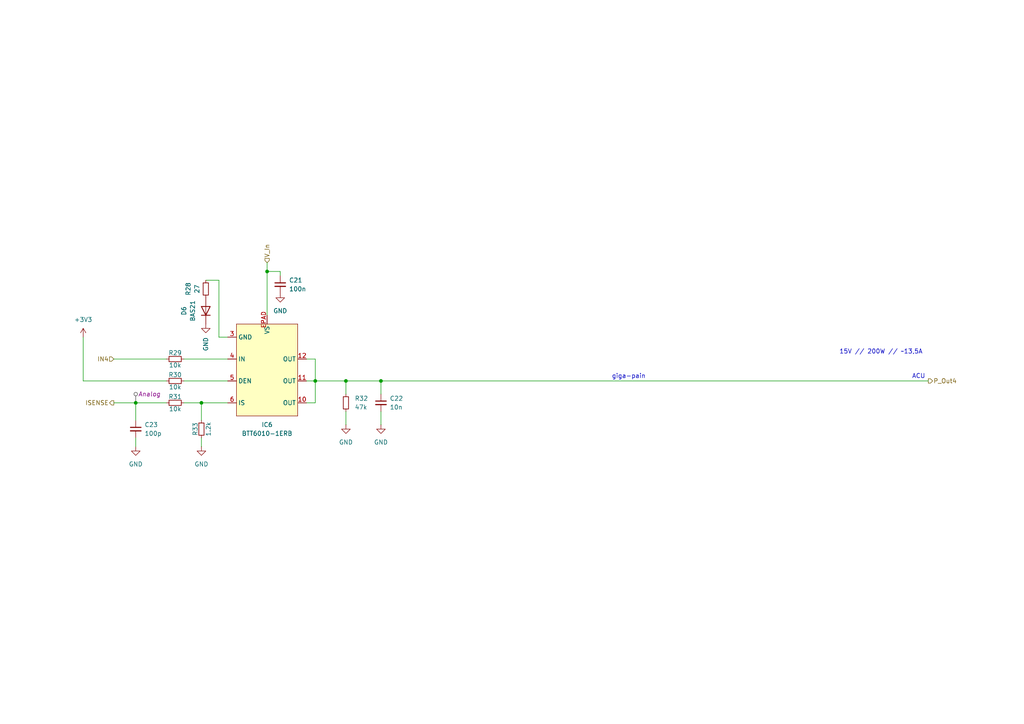
<source format=kicad_sch>
(kicad_sch (version 20231120) (generator "eeschema") (generator_version "8.0")
  (paper "A4")
  (title_block (title "PDU FT25") (date "2024-11-18") (rev "V1.0") (company "Janek Herm") (comment 1 "FaSTTUBe Electronics"))
  (lib_symbols
    (symbol "Device:C_Small" (pin_numbers hide) (pin_names (offset 0.254) hide)
      (property "Reference" "C" (at 0.254 1.778 0))
      (property "Value" "C_Small" (at 0.254 -2.032 0))
      (symbol "C_Small_0_1"
        (polyline (pts (xy -1.524 -0.508) (xy 1.524 -0.508)) (stroke (width 0.3302)))
        (polyline (pts (xy -1.524 0.508) (xy 1.524 0.508)) (stroke (width 0.3048)))
      )
      (symbol "C_Small_1_1"
        (pin passive line (at 0 2.54 270) (length 2.032) (name "~") (number "1"))
        (pin passive line (at 0 -2.54 90) (length 2.032) (name "~") (number "2"))
      )
    )
    (symbol "Device:R_Small" (pin_numbers hide) (pin_names (offset 0.254) hide)
      (property "Reference" "R" (at 0.762 0.508 0))
      (property "Value" "R_Small" (at 0.762 -1.016 0))
      (symbol "R_Small_0_1"
        (rectangle (start -0.762 1.778) (end 0.762 -1.778) (stroke (width 0.2032)))
      )
      (symbol "R_Small_1_1"
        (pin passive line (at 0 2.54 270) (length 0.762) (name "~") (number "1"))
        (pin passive line (at 0 -2.54 90) (length 0.762) (name "~") (number "2"))
      )
    )
    (symbol "Diode:BAS21" (pin_numbers hide) (pin_names hide)
      (property "Reference" "D" (at 0 2.54 0))
      (property "Value" "BAS21" (at 0 -2.54 0))
      (symbol "BAS21_0_1"
        (polyline (pts (xy -1.27 1.27) (xy -1.27 -1.27)) (stroke (width 0.254)))
        (polyline (pts (xy 1.27 0) (xy -1.27 0)))
        (polyline (pts (xy 1.27 1.27) (xy 1.27 -1.27) (xy -1.27 0) (xy 1.27 1.27)) (stroke (width 0.254)))
      )
      (symbol "BAS21_1_1"
        (pin passive line (at 3.81 0 180) (length 2.54) (name "A") (number "1"))
        (pin no_connect line (at -1.27 0 0) (length 2.54) hide (name "NC") (number "2"))
        (pin passive line (at -3.81 0 0) (length 2.54) (name "K") (number "3"))
      )
    )
    (symbol "FaSTTUBe_Power-Switches:BTT6010-1ERB"
      (property "Reference" "IC" (at 0.254 -28.956 0))
      (property "Value" "BTT6010-1ERB" (at 0.508 -30.734 0))
      (symbol "BTT6010-1ERB_1_1"
        (rectangle (start -8.89 -1.27) (end 8.89 -27.94) (fill (type background)))
        (pin passive line (at 11.43 -24.13 180) (length 2.54) (name "OUT") (number "10"))
        (pin passive line (at 11.43 -17.78 180) (length 2.54) (name "OUT") (number "11"))
        (pin power_out line (at 11.43 -11.43 180) (length 2.54) (name "OUT") (number "12"))
        (pin output line (at -11.43 -5.08 0) (length 2.54) (name "GND") (number "3"))
        (pin input line (at -11.43 -11.43 0) (length 2.54) (name "IN") (number "4"))
        (pin input line (at -11.43 -17.78 0) (length 2.54) (name "DEN") (number "5"))
        (pin output line (at -11.43 -24.13 0) (length 2.54) (name "IS") (number "6"))
        (pin input line (at 0 1.27 270) (length 2.54) (name "VS") (number "EPAD"))
      )
    )
    (symbol "power:+3.3V" (power) (pin_numbers hide) (pin_names (offset 0) hide)
      (property "Value" "+3.3V" (at 0 3.556 0))
      (symbol "+3.3V_0_1"
        (polyline (pts (xy -0.762 1.27) (xy 0 2.54)))
        (polyline (pts (xy 0 0) (xy 0 2.54)))
        (polyline (pts (xy 0 2.54) (xy 0.762 1.27)))
      )
      (symbol "+3.3V_1_1"
        (pin power_in line (at 0 0 90) (length 0) (name "~") (number "1"))
      )
    )
    (symbol "power:GND" (power) (pin_numbers hide) (pin_names (offset 0) hide)
      (property "Value" "GND" (at 0 -3.81 0))
      (symbol "GND_0_1"
        (polyline (pts (xy 0 0) (xy 0 -1.27) (xy 1.27 -1.27) (xy 0 -2.54) (xy -1.27 -1.27) (xy 0 -1.27)))
      )
      (symbol "GND_1_1"
        (pin power_in line (at 0 0 270) (length 0) (name "~") (number "1"))
      )
    )
  )
  (junction (at 77.47 78.74))
  (junction (at 58.42 116.84))
  (junction (at 39.37 116.84))
  (junction (at 100.33 110.49))
  (junction (at 110.49 110.49))
  (junction (at 91.44 110.49))
  (wire (pts (xy 39.37 116.84) (xy 39.37 121.92)))
  (wire (pts (xy 77.47 76.2) (xy 77.47 78.74)))
  (wire (pts (xy 77.47 78.74) (xy 77.47 91.44)))
  (wire (pts (xy 53.34 104.14) (xy 66.04 104.14)))
  (wire (pts (xy 33.02 104.14) (xy 48.26 104.14)))
  (wire (pts (xy 39.37 127) (xy 39.37 129.54)))
  (wire (pts (xy 110.49 110.49) (xy 110.49 114.3)))
  (wire (pts (xy 58.42 127) (xy 58.42 129.54)))
  (wire (pts (xy 100.33 110.49) (xy 100.33 114.3)))
  (wire (pts (xy 63.5 81.28) (xy 59.69 81.28)))
  (wire (pts (xy 24.13 110.49) (xy 24.13 97.79)))
  (wire (pts (xy 100.33 119.38) (xy 100.33 123.19)))
  (wire (pts (xy 58.42 116.84) (xy 58.42 121.92)))
  (wire (pts (xy 24.13 110.49) (xy 48.26 110.49)))
  (wire (pts (xy 81.28 78.74) (xy 81.28 80.01)))
  (wire (pts (xy 110.49 110.49) (xy 269.24 110.49)))
  (wire (pts (xy 88.9 116.84) (xy 91.44 116.84)))
  (wire (pts (xy 63.5 81.28) (xy 63.5 97.79)))
  (wire (pts (xy 53.34 110.49) (xy 66.04 110.49)))
  (wire (pts (xy 88.9 110.49) (xy 91.44 110.49)))
  (wire (pts (xy 33.02 116.84) (xy 39.37 116.84)))
  (wire (pts (xy 53.34 116.84) (xy 58.42 116.84)))
  (wire (pts (xy 81.28 78.74) (xy 77.47 78.74)))
  (wire (pts (xy 39.37 116.84) (xy 48.26 116.84)))
  (wire (pts (xy 91.44 110.49) (xy 100.33 110.49)))
  (wire (pts (xy 100.33 110.49) (xy 110.49 110.49)))
  (wire (pts (xy 63.5 97.79) (xy 66.04 97.79)))
  (wire (pts (xy 110.49 119.38) (xy 110.49 123.19)))
  (wire (pts (xy 58.42 116.84) (xy 66.04 116.84)))
  (wire (pts (xy 91.44 104.14) (xy 91.44 110.49)))
  (wire (pts (xy 91.44 116.84) (xy 91.44 110.49)))
  (wire (pts (xy 88.9 104.14) (xy 91.44 104.14)))
  (text "15V // 200W // ~13,5A" (at 255.524 102.108 0) (effects (font (size 1.27 1.27))))
  (text "giga-pain" (at 182.372 109.22 0) (effects (font (size 1.27 1.27))))
  (text "ACU" (at 266.446 109.22 0) (effects (font (size 1.27 1.27))))
  (hierarchical_label "V_In" (shape input) (at 77.47 76.2 90))
  (hierarchical_label "ISENSE" (shape output) (at 33.02 116.84 180))
  (hierarchical_label "IN4" (shape input) (at 33.02 104.14 180))
  (hierarchical_label "P_Out4" (shape output) (at 269.24 110.49 0))
  (netclass_flag "" (length 2.54) (shape round) (at 39.37 116.84 0) (property "Netclass" "Analog" (at 40.0685 114.3 0) (effects (font (italic yes)) (justify left))))
  (symbol (lib_id "power:GND") (at 58.42 129.54 0) (unit 1)
    (property "Reference" "#PWR066" (effects (hide yes)))
    (property "Value" "GND" (at 58.42 134.62 0))
    (property "Description" "Power symbol creates a global label with name \"GND\" , ground" (effects (hide yes)))
  )
  (symbol (lib_id "power:+3.3V") (at 24.13 97.79 0) (unit 1)
    (property "Reference" "#PWR062" (effects (hide yes)))
    (property "Value" "+3V3" (at 24.13 92.71 0))
    (property "Description" "Power symbol creates a global label with name \"+3.3V\"" (effects (hide yes)))
  )
  (symbol (lib_id "FaSTTUBe_Power-Switches:BTT6010-1ERB") (at 77.47 92.71 0) (unit 1)
    (property "Reference" "IC6" (at 77.47 123.19 0))
    (property "Value" "BTT6010-1ERB" (at 77.47 125.73 0))
    (property "Footprint" "BTT6010-1ERB:SOIC14_BTT6010-1ERB_INF" (effects (hide yes)))
    (property "Datasheet" "https://www.infineon.com/dgdl/Infineon-BTT6010-1ERB-DS-v01_00-EN.pdf?fileId=5546d46269e1c019016a21e80b080d7a" (effects (hide yes)))
  )
  (symbol (lib_id "Device:C_Small") (at 81.28 82.55 0) (unit 1)
    (property "Reference" "C21" (at 83.82 81.2862 0) (effects (justify left)))
    (property "Value" "100n" (at 83.82 83.8262 0) (effects (justify left)))
    (property "Footprint" "Capacitor_SMD:C_0603_1608Metric_Pad1.08x0.95mm_HandSolder" (effects (hide yes)))
    (property "Description" "Unpolarized capacitor, small symbol" (effects (hide yes)))
  )
  (symbol (lib_id "Device:C_Small") (at 39.37 124.46 0) (unit 1)
    (property "Reference" "C23" (at 41.91 123.1962 0) (effects (justify left)))
    (property "Value" "100p" (at 41.91 125.7362 0) (effects (justify left)))
    (property "Footprint" "Capacitor_SMD:C_0603_1608Metric_Pad1.08x0.95mm_HandSolder" (effects (hide yes)))
    (property "Description" "Unpolarized capacitor, small symbol" (effects (hide yes)))
  )
  (symbol (lib_id "Device:R_Small") (at 100.33 116.84 0) (unit 1)
    (property "Reference" "R32" (at 102.87 115.5699 0) (effects (justify left)))
    (property "Value" "47k" (at 102.87 118.1099 0) (effects (justify left)))
    (property "Footprint" "Resistor_SMD:R_0603_1608Metric_Pad0.98x0.95mm_HandSolder" (effects (hide yes)))
    (property "Description" "Resistor, small symbol" (effects (hide yes)))
  )
  (symbol (lib_id "Device:C_Small") (at 110.49 116.84 0) (unit 1)
    (property "Reference" "C22" (at 113.03 115.5762 0) (effects (justify left)))
    (property "Value" "10n" (at 113.03 118.1162 0) (effects (justify left)))
    (property "Footprint" "Capacitor_SMD:C_0603_1608Metric_Pad1.08x0.95mm_HandSolder" (effects (hide yes)))
    (property "Description" "Unpolarized capacitor, small symbol" (effects (hide yes)))
  )
  (symbol (lib_id "power:GND") (at 81.28 85.09 0) (unit 1)
    (property "Reference" "#PWR060" (effects (hide yes)))
    (property "Value" "GND" (at 81.28 90.17 0))
    (property "Description" "Power symbol creates a global label with name \"GND\" , ground" (effects (hide yes)))
  )
  (symbol (lib_id "Device:R_Small") (at 59.69 83.82 180) (unit 1)
    (property "Reference" "R28" (at 54.61 83.82 90))
    (property "Value" "27" (at 57.15 83.82 90))
    (property "Footprint" "Resistor_SMD:R_0603_1608Metric_Pad0.98x0.95mm_HandSolder" (effects (hide yes)))
    (property "Description" "Resistor, small symbol" (effects (hide yes)))
  )
  (symbol (lib_id "power:GND") (at 110.49 123.19 0) (unit 1)
    (property "Reference" "#PWR064" (effects (hide yes)))
    (property "Value" "GND" (at 110.49 128.27 0))
    (property "Description" "Power symbol creates a global label with name \"GND\" , ground" (effects (hide yes)))
  )
  (symbol (lib_id "Device:R_Small") (at 50.8 104.14 270) (unit 1)
    (property "Reference" "R29" (at 50.8 102.362 90))
    (property "Value" "10k" (at 50.8 105.918 90))
    (property "Footprint" "Resistor_SMD:R_0603_1608Metric_Pad0.98x0.95mm_HandSolder" (effects (hide yes)))
    (property "Description" "Resistor, small symbol" (effects (hide yes)))
  )
  (symbol (lib_id "Diode:BAS21") (at 59.69 90.17 90) (unit 1)
    (property "Reference" "D6" (at 53.34 90.17 0))
    (property "Value" "BAS21" (at 55.88 90.17 0))
    (property "Footprint" "Package_TO_SOT_SMD:SOT-23" (effects (hide yes)))
    (property "Datasheet" "https://www.diodes.com/assets/Datasheets/Ds12004.pdf" (effects (hide yes)))
    (property "Description" "250V, 0.4A, High-speed Switching Diode, SOT-23" (effects (hide yes)))
  )
  (symbol (lib_id "Device:R_Small") (at 50.8 116.84 270) (unit 1)
    (property "Reference" "R31" (at 50.8 115.062 90))
    (property "Value" "10k" (at 50.8 118.618 90))
    (property "Footprint" "Resistor_SMD:R_0603_1608Metric_Pad0.98x0.95mm_HandSolder" (effects (hide yes)))
    (property "Description" "Resistor, small symbol" (effects (hide yes)))
  )
  (symbol (lib_id "Device:R_Small") (at 50.8 110.49 270) (unit 1)
    (property "Reference" "R30" (at 50.8 108.712 90))
    (property "Value" "10k" (at 50.8 112.268 90))
    (property "Footprint" "Resistor_SMD:R_0603_1608Metric_Pad0.98x0.95mm_HandSolder" (effects (hide yes)))
    (property "Description" "Resistor, small symbol" (effects (hide yes)))
  )
  (symbol (lib_id "power:GND") (at 59.69 93.98 0) (unit 1)
    (property "Reference" "#PWR061" (effects (hide yes)))
    (property "Value" "GND" (at 59.6899 97.79 90) (effects (justify right)))
    (property "Description" "Power symbol creates a global label with name \"GND\" , ground" (effects (hide yes)))
  )
  (symbol (lib_id "power:GND") (at 100.33 123.19 0) (unit 1)
    (property "Reference" "#PWR063" (effects (hide yes)))
    (property "Value" "GND" (at 100.33 128.27 0))
    (property "Description" "Power symbol creates a global label with name \"GND\" , ground" (effects (hide yes)))
  )
  (symbol (lib_id "power:GND") (at 39.37 129.54 0) (unit 1)
    (property "Reference" "#PWR065" (effects (hide yes)))
    (property "Value" "GND" (at 39.37 134.62 0))
    (property "Description" "Power symbol creates a global label with name \"GND\" , ground" (effects (hide yes)))
  )
  (symbol (lib_id "Device:R_Small") (at 58.42 124.46 0) (unit 1)
    (property "Reference" "R33" (at 56.642 124.46 90))
    (property "Value" "1.2k" (at 60.452 124.46 90))
    (property "Footprint" "Resistor_SMD:R_0603_1608Metric_Pad0.98x0.95mm_HandSolder" (effects (hide yes)))
    (property "Description" "Resistor, small symbol" (effects (hide yes)))
  )
)
</source>
